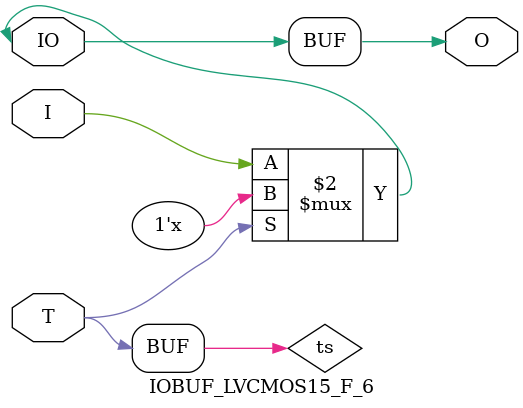
<source format=v>

/*

FUNCTION    : INPUT TRI-STATE OUTPUT BUFFER

*/

`celldefine
`timescale  100 ps / 10 ps

module IOBUF_LVCMOS15_F_6 (O, IO, I, T);

    output O;

    inout  IO;

    input  I, T;

    or O1 (ts, 1'b0, T);
    bufif0 T1 (IO, I, ts);

    buf B1 (O, IO);

endmodule

</source>
